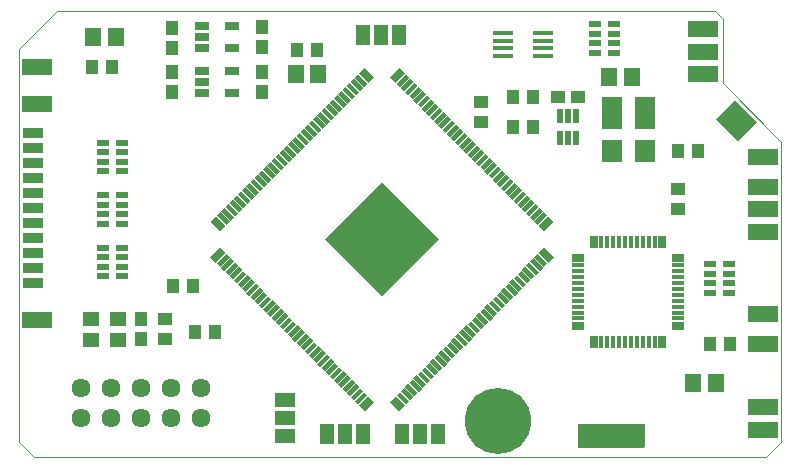
<source format=gts>
G04 EAGLE Gerber RS-274X export*
G75*
%MOMM*%
%FSLAX34Y34*%
%LPD*%
%INLötstopplack top*%
%IPPOS*%
%AMOC8*
5,1,8,0,0,1.08239X$1,22.5*%
G01*
%ADD10C,0.000000*%
%ADD11R,2.641600X1.371600*%
%ADD12R,1.401600X1.601600*%
%ADD13R,1.201600X1.101600*%
%ADD14R,1.701600X2.801600*%
%ADD15R,1.701600X1.901600*%
%ADD16R,1.101600X1.201600*%
%ADD17R,1.701600X0.901600*%
%ADD18R,1.270000X1.701800*%
%ADD19R,1.701800X1.270000*%
%ADD20R,1.371600X2.641600*%
%ADD21R,1.000000X0.600000*%
%ADD22R,6.801600X6.801600*%
%ADD23R,1.125000X0.700000*%
%ADD24R,1.125000X0.400000*%
%ADD25R,0.700000X1.125000*%
%ADD26R,1.101600X0.701600*%
%ADD27R,1.101600X0.401600*%
%ADD28R,0.701600X1.101600*%
%ADD29R,0.401600X1.101600*%
%ADD30R,0.501600X1.151600*%
%ADD31R,1.701600X0.401600*%
%ADD32R,1.301600X0.651600*%
%ADD33C,1.609600*%
%ADD34R,1.401600X1.201600*%
%ADD35C,5.601600*%
%ADD36C,1.601600*%
%ADD37C,3.517600*%
%ADD38C,1.151600*%

G36*
X532442Y7375D02*
X532442Y7375D01*
X532500Y7373D01*
X532582Y7395D01*
X532666Y7407D01*
X532719Y7431D01*
X532775Y7445D01*
X532848Y7488D01*
X532925Y7523D01*
X532970Y7561D01*
X533020Y7591D01*
X533078Y7652D01*
X533142Y7707D01*
X533174Y7755D01*
X533214Y7798D01*
X533253Y7873D01*
X533300Y7943D01*
X533317Y7999D01*
X533344Y8051D01*
X533355Y8119D01*
X533385Y8214D01*
X533388Y8314D01*
X533399Y8382D01*
X533399Y27178D01*
X533391Y27236D01*
X533393Y27294D01*
X533371Y27376D01*
X533359Y27460D01*
X533336Y27513D01*
X533321Y27569D01*
X533278Y27642D01*
X533243Y27719D01*
X533205Y27764D01*
X533176Y27814D01*
X533114Y27872D01*
X533060Y27936D01*
X533011Y27968D01*
X532968Y28008D01*
X532893Y28047D01*
X532823Y28094D01*
X532767Y28111D01*
X532715Y28138D01*
X532647Y28149D01*
X532552Y28179D01*
X532452Y28182D01*
X532384Y28193D01*
X478282Y28193D01*
X478224Y28185D01*
X478166Y28187D01*
X478084Y28165D01*
X478001Y28153D01*
X477947Y28130D01*
X477891Y28115D01*
X477818Y28072D01*
X477741Y28037D01*
X477696Y27999D01*
X477646Y27970D01*
X477588Y27908D01*
X477524Y27854D01*
X477492Y27805D01*
X477452Y27762D01*
X477413Y27687D01*
X477367Y27617D01*
X477349Y27561D01*
X477322Y27509D01*
X477311Y27441D01*
X477281Y27346D01*
X477278Y27246D01*
X477267Y27178D01*
X477267Y8382D01*
X477275Y8324D01*
X477273Y8266D01*
X477295Y8184D01*
X477307Y8101D01*
X477331Y8047D01*
X477345Y7991D01*
X477388Y7918D01*
X477423Y7841D01*
X477461Y7796D01*
X477491Y7746D01*
X477552Y7688D01*
X477607Y7624D01*
X477655Y7592D01*
X477698Y7552D01*
X477773Y7513D01*
X477843Y7467D01*
X477899Y7449D01*
X477951Y7422D01*
X478019Y7411D01*
X478114Y7381D01*
X478214Y7378D01*
X478282Y7367D01*
X532384Y7367D01*
X532442Y7375D01*
G37*
D10*
X16510Y0D02*
X3810Y12700D01*
X3810Y345440D01*
X35560Y377190D01*
X593090Y377190D01*
X599440Y370840D01*
X599440Y316230D01*
X648970Y266700D01*
X648970Y12700D01*
X636270Y0D02*
X16510Y0D01*
X636270Y0D02*
X648970Y12700D01*
D11*
X633730Y190500D03*
D12*
X85700Y355600D03*
X66700Y355600D03*
X238150Y323850D03*
X257150Y323850D03*
X593700Y62230D03*
X574700Y62230D03*
X503580Y321310D03*
X522580Y321310D03*
D13*
X477130Y304800D03*
X460130Y304800D03*
D14*
X505430Y290830D03*
X533430Y290830D03*
D15*
X505430Y259080D03*
X533430Y259080D03*
D16*
X133350Y326000D03*
X133350Y309000D03*
X209550Y326000D03*
X209550Y309000D03*
X133350Y362830D03*
X133350Y345830D03*
X209550Y364100D03*
X209550Y347100D03*
D17*
X15240Y248920D03*
D11*
X582930Y361950D03*
X633730Y254000D03*
D17*
X15240Y147320D03*
X15240Y160020D03*
X15240Y172720D03*
X15240Y185420D03*
X15240Y198120D03*
X15240Y210820D03*
X15240Y223520D03*
X15240Y236220D03*
D16*
X65160Y330200D03*
X82160Y330200D03*
X605400Y95250D03*
X588400Y95250D03*
D11*
X633730Y209550D03*
X582930Y342900D03*
D18*
X325120Y356870D03*
X309880Y356870D03*
X294640Y356870D03*
D19*
X228600Y48260D03*
X228600Y33020D03*
X228600Y17780D03*
D18*
X264160Y19050D03*
X279400Y19050D03*
X294640Y19050D03*
X327660Y19050D03*
X342900Y19050D03*
X358140Y19050D03*
D11*
X19050Y298450D03*
X19050Y115570D03*
X633730Y120650D03*
D20*
G36*
X628868Y283800D02*
X619170Y274102D01*
X600492Y292780D01*
X610190Y302478D01*
X628868Y283800D01*
G37*
D11*
X19050Y330200D03*
X633730Y95250D03*
X633730Y228600D03*
D16*
X169790Y105410D03*
X152790Y105410D03*
X150740Y144780D03*
X133740Y144780D03*
D13*
X394970Y300600D03*
X394970Y283600D03*
X561340Y209940D03*
X561340Y226940D03*
D16*
X422030Y304800D03*
X439030Y304800D03*
X422030Y279400D03*
X439030Y279400D03*
X561730Y259080D03*
X578730Y259080D03*
D21*
X74550Y177100D03*
X74550Y169100D03*
X74550Y161100D03*
X74550Y153100D03*
X90550Y153100D03*
X90550Y161100D03*
X90550Y169100D03*
X90550Y177100D03*
X74550Y221550D03*
X74550Y213550D03*
X74550Y205550D03*
X74550Y197550D03*
X90550Y197550D03*
X90550Y205550D03*
X90550Y213550D03*
X90550Y221550D03*
X74550Y266000D03*
X74550Y258000D03*
X74550Y250000D03*
X74550Y242000D03*
X90550Y242000D03*
X90550Y250000D03*
X90550Y258000D03*
X90550Y266000D03*
X491110Y366330D03*
X491110Y358330D03*
X491110Y350330D03*
X491110Y342330D03*
X507110Y342330D03*
X507110Y350330D03*
X507110Y358330D03*
X507110Y366330D03*
D22*
G36*
X359244Y184150D02*
X311150Y136056D01*
X263056Y184150D01*
X311150Y232244D01*
X359244Y184150D01*
G37*
D23*
G36*
X178567Y172482D02*
X170613Y164528D01*
X165663Y169478D01*
X173617Y177432D01*
X178567Y172482D01*
G37*
D24*
G36*
X182102Y168947D02*
X174148Y160993D01*
X171320Y163821D01*
X179274Y171775D01*
X182102Y168947D01*
G37*
G36*
X185638Y165411D02*
X177684Y157457D01*
X174856Y160285D01*
X182810Y168239D01*
X185638Y165411D01*
G37*
G36*
X189173Y161876D02*
X181219Y153922D01*
X178391Y156750D01*
X186345Y164704D01*
X189173Y161876D01*
G37*
G36*
X192709Y158340D02*
X184755Y150386D01*
X181927Y153214D01*
X189881Y161168D01*
X192709Y158340D01*
G37*
G36*
X196244Y154805D02*
X188290Y146851D01*
X185462Y149679D01*
X193416Y157633D01*
X196244Y154805D01*
G37*
G36*
X199780Y151269D02*
X191826Y143315D01*
X188998Y146143D01*
X196952Y154097D01*
X199780Y151269D01*
G37*
G36*
X203316Y147734D02*
X195362Y139780D01*
X192534Y142608D01*
X200488Y150562D01*
X203316Y147734D01*
G37*
G36*
X206851Y144198D02*
X198897Y136244D01*
X196069Y139072D01*
X204023Y147026D01*
X206851Y144198D01*
G37*
G36*
X210387Y140663D02*
X202433Y132709D01*
X199605Y135537D01*
X207559Y143491D01*
X210387Y140663D01*
G37*
G36*
X213922Y137127D02*
X205968Y129173D01*
X203140Y132001D01*
X211094Y139955D01*
X213922Y137127D01*
G37*
G36*
X217458Y133592D02*
X209504Y125638D01*
X206676Y128466D01*
X214630Y136420D01*
X217458Y133592D01*
G37*
G36*
X220993Y130056D02*
X213039Y122102D01*
X210211Y124930D01*
X218165Y132884D01*
X220993Y130056D01*
G37*
G36*
X224529Y126521D02*
X216575Y118567D01*
X213747Y121395D01*
X221701Y129349D01*
X224529Y126521D01*
G37*
G36*
X228064Y122985D02*
X220110Y115031D01*
X217282Y117859D01*
X225236Y125813D01*
X228064Y122985D01*
G37*
G36*
X231600Y119449D02*
X223646Y111495D01*
X220818Y114323D01*
X228772Y122277D01*
X231600Y119449D01*
G37*
G36*
X235135Y115914D02*
X227181Y107960D01*
X224353Y110788D01*
X232307Y118742D01*
X235135Y115914D01*
G37*
G36*
X238671Y112378D02*
X230717Y104424D01*
X227889Y107252D01*
X235843Y115206D01*
X238671Y112378D01*
G37*
G36*
X242206Y108843D02*
X234252Y100889D01*
X231424Y103717D01*
X239378Y111671D01*
X242206Y108843D01*
G37*
G36*
X245742Y105307D02*
X237788Y97353D01*
X234960Y100181D01*
X242914Y108135D01*
X245742Y105307D01*
G37*
G36*
X249277Y101772D02*
X241323Y93818D01*
X238495Y96646D01*
X246449Y104600D01*
X249277Y101772D01*
G37*
G36*
X252813Y98236D02*
X244859Y90282D01*
X242031Y93110D01*
X249985Y101064D01*
X252813Y98236D01*
G37*
G36*
X256349Y94701D02*
X248395Y86747D01*
X245567Y89575D01*
X253521Y97529D01*
X256349Y94701D01*
G37*
G36*
X259884Y91165D02*
X251930Y83211D01*
X249102Y86039D01*
X257056Y93993D01*
X259884Y91165D01*
G37*
G36*
X263420Y87630D02*
X255466Y79676D01*
X252638Y82504D01*
X260592Y90458D01*
X263420Y87630D01*
G37*
G36*
X266955Y84094D02*
X259001Y76140D01*
X256173Y78968D01*
X264127Y86922D01*
X266955Y84094D01*
G37*
G36*
X270491Y80559D02*
X262537Y72605D01*
X259709Y75433D01*
X267663Y83387D01*
X270491Y80559D01*
G37*
G36*
X274026Y77023D02*
X266072Y69069D01*
X263244Y71897D01*
X271198Y79851D01*
X274026Y77023D01*
G37*
G36*
X277562Y73488D02*
X269608Y65534D01*
X266780Y68362D01*
X274734Y76316D01*
X277562Y73488D01*
G37*
G36*
X281097Y69952D02*
X273143Y61998D01*
X270315Y64826D01*
X278269Y72780D01*
X281097Y69952D01*
G37*
G36*
X284633Y66416D02*
X276679Y58462D01*
X273851Y61290D01*
X281805Y69244D01*
X284633Y66416D01*
G37*
G36*
X288168Y62881D02*
X280214Y54927D01*
X277386Y57755D01*
X285340Y65709D01*
X288168Y62881D01*
G37*
G36*
X291704Y59345D02*
X283750Y51391D01*
X280922Y54219D01*
X288876Y62173D01*
X291704Y59345D01*
G37*
G36*
X295239Y55810D02*
X287285Y47856D01*
X284457Y50684D01*
X292411Y58638D01*
X295239Y55810D01*
G37*
G36*
X298775Y52274D02*
X290821Y44320D01*
X287993Y47148D01*
X295947Y55102D01*
X298775Y52274D01*
G37*
D23*
G36*
X304432Y46617D02*
X296478Y38663D01*
X291528Y43613D01*
X299482Y51567D01*
X304432Y46617D01*
G37*
D25*
G36*
X330772Y43613D02*
X325822Y38663D01*
X317868Y46617D01*
X322818Y51567D01*
X330772Y43613D01*
G37*
D24*
G36*
X326353Y55102D02*
X334307Y47148D01*
X331479Y44320D01*
X323525Y52274D01*
X326353Y55102D01*
G37*
G36*
X329889Y58638D02*
X337843Y50684D01*
X335015Y47856D01*
X327061Y55810D01*
X329889Y58638D01*
G37*
G36*
X333424Y62173D02*
X341378Y54219D01*
X338550Y51391D01*
X330596Y59345D01*
X333424Y62173D01*
G37*
G36*
X336960Y65709D02*
X344914Y57755D01*
X342086Y54927D01*
X334132Y62881D01*
X336960Y65709D01*
G37*
G36*
X340495Y69244D02*
X348449Y61290D01*
X345621Y58462D01*
X337667Y66416D01*
X340495Y69244D01*
G37*
G36*
X344031Y72780D02*
X351985Y64826D01*
X349157Y61998D01*
X341203Y69952D01*
X344031Y72780D01*
G37*
G36*
X347566Y76316D02*
X355520Y68362D01*
X352692Y65534D01*
X344738Y73488D01*
X347566Y76316D01*
G37*
G36*
X351102Y79851D02*
X359056Y71897D01*
X356228Y69069D01*
X348274Y77023D01*
X351102Y79851D01*
G37*
G36*
X354637Y83387D02*
X362591Y75433D01*
X359763Y72605D01*
X351809Y80559D01*
X354637Y83387D01*
G37*
G36*
X358173Y86922D02*
X366127Y78968D01*
X363299Y76140D01*
X355345Y84094D01*
X358173Y86922D01*
G37*
G36*
X361708Y90458D02*
X369662Y82504D01*
X366834Y79676D01*
X358880Y87630D01*
X361708Y90458D01*
G37*
G36*
X365244Y93993D02*
X373198Y86039D01*
X370370Y83211D01*
X362416Y91165D01*
X365244Y93993D01*
G37*
G36*
X368779Y97529D02*
X376733Y89575D01*
X373905Y86747D01*
X365951Y94701D01*
X368779Y97529D01*
G37*
G36*
X372315Y101064D02*
X380269Y93110D01*
X377441Y90282D01*
X369487Y98236D01*
X372315Y101064D01*
G37*
G36*
X375851Y104600D02*
X383805Y96646D01*
X380977Y93818D01*
X373023Y101772D01*
X375851Y104600D01*
G37*
G36*
X379386Y108135D02*
X387340Y100181D01*
X384512Y97353D01*
X376558Y105307D01*
X379386Y108135D01*
G37*
G36*
X382922Y111671D02*
X390876Y103717D01*
X388048Y100889D01*
X380094Y108843D01*
X382922Y111671D01*
G37*
G36*
X386457Y115206D02*
X394411Y107252D01*
X391583Y104424D01*
X383629Y112378D01*
X386457Y115206D01*
G37*
G36*
X389993Y118742D02*
X397947Y110788D01*
X395119Y107960D01*
X387165Y115914D01*
X389993Y118742D01*
G37*
G36*
X393528Y122277D02*
X401482Y114323D01*
X398654Y111495D01*
X390700Y119449D01*
X393528Y122277D01*
G37*
G36*
X397064Y125813D02*
X405018Y117859D01*
X402190Y115031D01*
X394236Y122985D01*
X397064Y125813D01*
G37*
G36*
X400599Y129349D02*
X408553Y121395D01*
X405725Y118567D01*
X397771Y126521D01*
X400599Y129349D01*
G37*
G36*
X404135Y132884D02*
X412089Y124930D01*
X409261Y122102D01*
X401307Y130056D01*
X404135Y132884D01*
G37*
G36*
X407670Y136420D02*
X415624Y128466D01*
X412796Y125638D01*
X404842Y133592D01*
X407670Y136420D01*
G37*
G36*
X411206Y139955D02*
X419160Y132001D01*
X416332Y129173D01*
X408378Y137127D01*
X411206Y139955D01*
G37*
G36*
X414741Y143491D02*
X422695Y135537D01*
X419867Y132709D01*
X411913Y140663D01*
X414741Y143491D01*
G37*
G36*
X418277Y147026D02*
X426231Y139072D01*
X423403Y136244D01*
X415449Y144198D01*
X418277Y147026D01*
G37*
G36*
X421812Y150562D02*
X429766Y142608D01*
X426938Y139780D01*
X418984Y147734D01*
X421812Y150562D01*
G37*
G36*
X425348Y154097D02*
X433302Y146143D01*
X430474Y143315D01*
X422520Y151269D01*
X425348Y154097D01*
G37*
G36*
X428884Y157633D02*
X436838Y149679D01*
X434010Y146851D01*
X426056Y154805D01*
X428884Y157633D01*
G37*
G36*
X432419Y161168D02*
X440373Y153214D01*
X437545Y150386D01*
X429591Y158340D01*
X432419Y161168D01*
G37*
G36*
X435955Y164704D02*
X443909Y156750D01*
X441081Y153922D01*
X433127Y161876D01*
X435955Y164704D01*
G37*
G36*
X439490Y168239D02*
X447444Y160285D01*
X444616Y157457D01*
X436662Y165411D01*
X439490Y168239D01*
G37*
G36*
X443026Y171775D02*
X450980Y163821D01*
X448152Y160993D01*
X440198Y168947D01*
X443026Y171775D01*
G37*
D25*
G36*
X456637Y169478D02*
X451687Y164528D01*
X443733Y172482D01*
X448683Y177432D01*
X456637Y169478D01*
G37*
D23*
G36*
X456637Y198822D02*
X448683Y190868D01*
X443733Y195818D01*
X451687Y203772D01*
X456637Y198822D01*
G37*
D24*
G36*
X440198Y199353D02*
X448152Y207307D01*
X450980Y204479D01*
X443026Y196525D01*
X440198Y199353D01*
G37*
G36*
X436662Y202889D02*
X444616Y210843D01*
X447444Y208015D01*
X439490Y200061D01*
X436662Y202889D01*
G37*
G36*
X433127Y206424D02*
X441081Y214378D01*
X443909Y211550D01*
X435955Y203596D01*
X433127Y206424D01*
G37*
G36*
X429591Y209960D02*
X437545Y217914D01*
X440373Y215086D01*
X432419Y207132D01*
X429591Y209960D01*
G37*
G36*
X426056Y213495D02*
X434010Y221449D01*
X436838Y218621D01*
X428884Y210667D01*
X426056Y213495D01*
G37*
G36*
X422520Y217031D02*
X430474Y224985D01*
X433302Y222157D01*
X425348Y214203D01*
X422520Y217031D01*
G37*
G36*
X418984Y220566D02*
X426938Y228520D01*
X429766Y225692D01*
X421812Y217738D01*
X418984Y220566D01*
G37*
G36*
X415449Y224102D02*
X423403Y232056D01*
X426231Y229228D01*
X418277Y221274D01*
X415449Y224102D01*
G37*
G36*
X411913Y227637D02*
X419867Y235591D01*
X422695Y232763D01*
X414741Y224809D01*
X411913Y227637D01*
G37*
G36*
X408378Y231173D02*
X416332Y239127D01*
X419160Y236299D01*
X411206Y228345D01*
X408378Y231173D01*
G37*
G36*
X404842Y234708D02*
X412796Y242662D01*
X415624Y239834D01*
X407670Y231880D01*
X404842Y234708D01*
G37*
G36*
X401307Y238244D02*
X409261Y246198D01*
X412089Y243370D01*
X404135Y235416D01*
X401307Y238244D01*
G37*
G36*
X397771Y241779D02*
X405725Y249733D01*
X408553Y246905D01*
X400599Y238951D01*
X397771Y241779D01*
G37*
G36*
X394236Y245315D02*
X402190Y253269D01*
X405018Y250441D01*
X397064Y242487D01*
X394236Y245315D01*
G37*
G36*
X390700Y248851D02*
X398654Y256805D01*
X401482Y253977D01*
X393528Y246023D01*
X390700Y248851D01*
G37*
G36*
X387165Y252386D02*
X395119Y260340D01*
X397947Y257512D01*
X389993Y249558D01*
X387165Y252386D01*
G37*
G36*
X383629Y255922D02*
X391583Y263876D01*
X394411Y261048D01*
X386457Y253094D01*
X383629Y255922D01*
G37*
G36*
X380094Y259457D02*
X388048Y267411D01*
X390876Y264583D01*
X382922Y256629D01*
X380094Y259457D01*
G37*
G36*
X376558Y262993D02*
X384512Y270947D01*
X387340Y268119D01*
X379386Y260165D01*
X376558Y262993D01*
G37*
G36*
X373023Y266528D02*
X380977Y274482D01*
X383805Y271654D01*
X375851Y263700D01*
X373023Y266528D01*
G37*
G36*
X369487Y270064D02*
X377441Y278018D01*
X380269Y275190D01*
X372315Y267236D01*
X369487Y270064D01*
G37*
G36*
X365951Y273599D02*
X373905Y281553D01*
X376733Y278725D01*
X368779Y270771D01*
X365951Y273599D01*
G37*
G36*
X362416Y277135D02*
X370370Y285089D01*
X373198Y282261D01*
X365244Y274307D01*
X362416Y277135D01*
G37*
G36*
X358880Y280670D02*
X366834Y288624D01*
X369662Y285796D01*
X361708Y277842D01*
X358880Y280670D01*
G37*
G36*
X355345Y284206D02*
X363299Y292160D01*
X366127Y289332D01*
X358173Y281378D01*
X355345Y284206D01*
G37*
G36*
X351809Y287741D02*
X359763Y295695D01*
X362591Y292867D01*
X354637Y284913D01*
X351809Y287741D01*
G37*
G36*
X348274Y291277D02*
X356228Y299231D01*
X359056Y296403D01*
X351102Y288449D01*
X348274Y291277D01*
G37*
G36*
X344738Y294812D02*
X352692Y302766D01*
X355520Y299938D01*
X347566Y291984D01*
X344738Y294812D01*
G37*
G36*
X341203Y298348D02*
X349157Y306302D01*
X351985Y303474D01*
X344031Y295520D01*
X341203Y298348D01*
G37*
G36*
X337667Y301884D02*
X345621Y309838D01*
X348449Y307010D01*
X340495Y299056D01*
X337667Y301884D01*
G37*
G36*
X334132Y305419D02*
X342086Y313373D01*
X344914Y310545D01*
X336960Y302591D01*
X334132Y305419D01*
G37*
G36*
X330596Y308955D02*
X338550Y316909D01*
X341378Y314081D01*
X333424Y306127D01*
X330596Y308955D01*
G37*
G36*
X327061Y312490D02*
X335015Y320444D01*
X337843Y317616D01*
X329889Y309662D01*
X327061Y312490D01*
G37*
G36*
X323525Y316026D02*
X331479Y323980D01*
X334307Y321152D01*
X326353Y313198D01*
X323525Y316026D01*
G37*
D23*
G36*
X330772Y324687D02*
X322818Y316733D01*
X317868Y321683D01*
X325822Y329637D01*
X330772Y324687D01*
G37*
D25*
G36*
X304432Y321683D02*
X299482Y316733D01*
X291528Y324687D01*
X296478Y329637D01*
X304432Y321683D01*
G37*
D24*
G36*
X295947Y313198D02*
X287993Y321152D01*
X290821Y323980D01*
X298775Y316026D01*
X295947Y313198D01*
G37*
G36*
X292411Y309662D02*
X284457Y317616D01*
X287285Y320444D01*
X295239Y312490D01*
X292411Y309662D01*
G37*
G36*
X288876Y306127D02*
X280922Y314081D01*
X283750Y316909D01*
X291704Y308955D01*
X288876Y306127D01*
G37*
G36*
X285340Y302591D02*
X277386Y310545D01*
X280214Y313373D01*
X288168Y305419D01*
X285340Y302591D01*
G37*
G36*
X281805Y299056D02*
X273851Y307010D01*
X276679Y309838D01*
X284633Y301884D01*
X281805Y299056D01*
G37*
G36*
X278269Y295520D02*
X270315Y303474D01*
X273143Y306302D01*
X281097Y298348D01*
X278269Y295520D01*
G37*
G36*
X274734Y291984D02*
X266780Y299938D01*
X269608Y302766D01*
X277562Y294812D01*
X274734Y291984D01*
G37*
G36*
X271198Y288449D02*
X263244Y296403D01*
X266072Y299231D01*
X274026Y291277D01*
X271198Y288449D01*
G37*
G36*
X267663Y284913D02*
X259709Y292867D01*
X262537Y295695D01*
X270491Y287741D01*
X267663Y284913D01*
G37*
G36*
X264127Y281378D02*
X256173Y289332D01*
X259001Y292160D01*
X266955Y284206D01*
X264127Y281378D01*
G37*
G36*
X260592Y277842D02*
X252638Y285796D01*
X255466Y288624D01*
X263420Y280670D01*
X260592Y277842D01*
G37*
G36*
X257056Y274307D02*
X249102Y282261D01*
X251930Y285089D01*
X259884Y277135D01*
X257056Y274307D01*
G37*
G36*
X253521Y270771D02*
X245567Y278725D01*
X248395Y281553D01*
X256349Y273599D01*
X253521Y270771D01*
G37*
G36*
X249985Y267236D02*
X242031Y275190D01*
X244859Y278018D01*
X252813Y270064D01*
X249985Y267236D01*
G37*
G36*
X246449Y263700D02*
X238495Y271654D01*
X241323Y274482D01*
X249277Y266528D01*
X246449Y263700D01*
G37*
G36*
X242914Y260165D02*
X234960Y268119D01*
X237788Y270947D01*
X245742Y262993D01*
X242914Y260165D01*
G37*
G36*
X239378Y256629D02*
X231424Y264583D01*
X234252Y267411D01*
X242206Y259457D01*
X239378Y256629D01*
G37*
G36*
X235843Y253094D02*
X227889Y261048D01*
X230717Y263876D01*
X238671Y255922D01*
X235843Y253094D01*
G37*
G36*
X232307Y249558D02*
X224353Y257512D01*
X227181Y260340D01*
X235135Y252386D01*
X232307Y249558D01*
G37*
G36*
X228772Y246023D02*
X220818Y253977D01*
X223646Y256805D01*
X231600Y248851D01*
X228772Y246023D01*
G37*
G36*
X225236Y242487D02*
X217282Y250441D01*
X220110Y253269D01*
X228064Y245315D01*
X225236Y242487D01*
G37*
G36*
X221701Y238951D02*
X213747Y246905D01*
X216575Y249733D01*
X224529Y241779D01*
X221701Y238951D01*
G37*
G36*
X218165Y235416D02*
X210211Y243370D01*
X213039Y246198D01*
X220993Y238244D01*
X218165Y235416D01*
G37*
G36*
X214630Y231880D02*
X206676Y239834D01*
X209504Y242662D01*
X217458Y234708D01*
X214630Y231880D01*
G37*
G36*
X211094Y228345D02*
X203140Y236299D01*
X205968Y239127D01*
X213922Y231173D01*
X211094Y228345D01*
G37*
G36*
X207559Y224809D02*
X199605Y232763D01*
X202433Y235591D01*
X210387Y227637D01*
X207559Y224809D01*
G37*
G36*
X204023Y221274D02*
X196069Y229228D01*
X198897Y232056D01*
X206851Y224102D01*
X204023Y221274D01*
G37*
G36*
X200488Y217738D02*
X192534Y225692D01*
X195362Y228520D01*
X203316Y220566D01*
X200488Y217738D01*
G37*
G36*
X196952Y214203D02*
X188998Y222157D01*
X191826Y224985D01*
X199780Y217031D01*
X196952Y214203D01*
G37*
G36*
X193416Y210667D02*
X185462Y218621D01*
X188290Y221449D01*
X196244Y213495D01*
X193416Y210667D01*
G37*
G36*
X189881Y207132D02*
X181927Y215086D01*
X184755Y217914D01*
X192709Y209960D01*
X189881Y207132D01*
G37*
G36*
X186345Y203596D02*
X178391Y211550D01*
X181219Y214378D01*
X189173Y206424D01*
X186345Y203596D01*
G37*
G36*
X182810Y200061D02*
X174856Y208015D01*
X177684Y210843D01*
X185638Y202889D01*
X182810Y200061D01*
G37*
G36*
X179274Y196525D02*
X171320Y204479D01*
X174148Y207307D01*
X182102Y199353D01*
X179274Y196525D01*
G37*
D25*
G36*
X178567Y195818D02*
X173617Y190868D01*
X165663Y198822D01*
X170613Y203772D01*
X178567Y195818D01*
G37*
D26*
X476930Y168700D03*
D27*
X476930Y162200D03*
X476930Y157200D03*
X476930Y152200D03*
X476930Y147200D03*
X476930Y142200D03*
X476930Y137200D03*
X476930Y132200D03*
X476930Y127200D03*
X476930Y122200D03*
X476930Y117200D03*
D26*
X476930Y110700D03*
D28*
X490430Y97200D03*
D29*
X496930Y97200D03*
X501930Y97200D03*
X506930Y97200D03*
X511930Y97200D03*
X516930Y97200D03*
X521930Y97200D03*
X526930Y97200D03*
X531930Y97200D03*
X536930Y97200D03*
X541930Y97200D03*
D28*
X548430Y97200D03*
D26*
X561930Y110700D03*
D27*
X561930Y117200D03*
X561930Y122200D03*
X561930Y127200D03*
X561930Y132200D03*
X561930Y137200D03*
X561930Y142200D03*
X561930Y147200D03*
X561930Y152200D03*
X561930Y157200D03*
X561930Y162200D03*
D26*
X561930Y168700D03*
D28*
X548430Y182200D03*
D29*
X541930Y182200D03*
X536930Y182200D03*
X531930Y182200D03*
X526930Y182200D03*
X521930Y182200D03*
X516930Y182200D03*
X511930Y182200D03*
X506930Y182200D03*
X501930Y182200D03*
X496930Y182200D03*
D28*
X490430Y182200D03*
D30*
X462130Y270150D03*
X468630Y270150D03*
X475130Y270150D03*
X475130Y288650D03*
X468630Y288650D03*
X462130Y288650D03*
D31*
X413530Y339500D03*
X413530Y346000D03*
X413530Y352500D03*
X413530Y359000D03*
X447530Y339500D03*
X447530Y346000D03*
X447530Y352500D03*
X447530Y359000D03*
D32*
X158449Y327000D03*
X158449Y317500D03*
X158449Y308000D03*
X184451Y308000D03*
X184451Y327000D03*
X158449Y365100D03*
X158449Y355600D03*
X158449Y346100D03*
X184451Y346100D03*
X184451Y365100D03*
D11*
X582930Y323850D03*
D33*
X55880Y33020D03*
X55880Y58420D03*
X81280Y33020D03*
X81280Y58420D03*
X106680Y33020D03*
X106680Y58420D03*
X132080Y33020D03*
X132080Y58420D03*
X157480Y33020D03*
X157480Y58420D03*
D16*
X256150Y344170D03*
X239150Y344170D03*
D11*
X633730Y41910D03*
X633730Y22860D03*
D16*
X106680Y99450D03*
X106680Y116450D03*
D13*
X127000Y116450D03*
X127000Y99450D03*
D21*
X588900Y163130D03*
X588900Y155130D03*
X588900Y147130D03*
X588900Y139130D03*
X604900Y139130D03*
X604900Y147130D03*
X604900Y155130D03*
X604900Y163130D03*
D34*
X87700Y98950D03*
X64700Y116950D03*
X64700Y98950D03*
X87700Y116950D03*
D20*
G36*
X622518Y277450D02*
X612820Y267752D01*
X594142Y286430D01*
X603840Y296128D01*
X622518Y277450D01*
G37*
D17*
X15240Y261620D03*
X15240Y274320D03*
D35*
X408940Y30480D03*
D36*
X276860Y184150D03*
D37*
X311150Y184150D03*
D38*
X291465Y203835D03*
X291465Y163830D03*
X330835Y163830D03*
X331470Y203835D03*
D36*
X342900Y184150D03*
X311150Y215900D03*
X311150Y152400D03*
M02*

</source>
